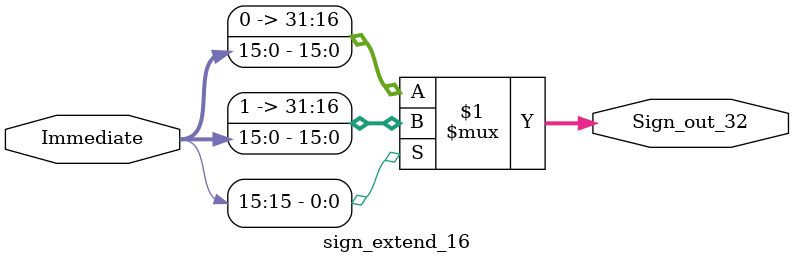
<source format=v>
module sign_extend_16(
    input   wire   [15:0]   Immediate, //Instruction [15:0] 
    output  wire   [31:0]   Sign_out_32 
);

    assign Sign_out_32 = (Immediate[15]) ? {{16{1'b1}}, Immediate} : {{16{1'b0}}, Immediate};

endmodule
</source>
